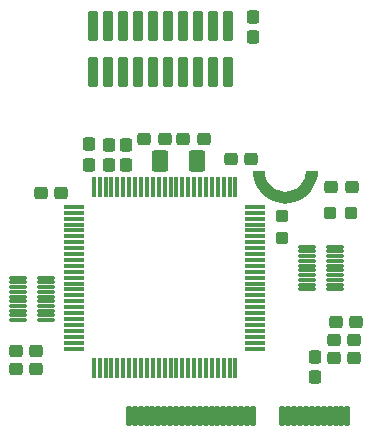
<source format=gbr>
%TF.GenerationSoftware,KiCad,Pcbnew,9.0.2*%
%TF.CreationDate,2025-07-04T12:48:37+02:00*%
%TF.ProjectId,MicroMod_Processor_Board,4d696372-6f4d-46f6-945f-50726f636573,rev?*%
%TF.SameCoordinates,Original*%
%TF.FileFunction,Soldermask,Top*%
%TF.FilePolarity,Negative*%
%FSLAX46Y46*%
G04 Gerber Fmt 4.6, Leading zero omitted, Abs format (unit mm)*
G04 Created by KiCad (PCBNEW 9.0.2) date 2025-07-04 12:48:37*
%MOMM*%
%LPD*%
G01*
G04 APERTURE LIST*
G04 Aperture macros list*
%AMRoundRect*
0 Rectangle with rounded corners*
0 $1 Rounding radius*
0 $2 $3 $4 $5 $6 $7 $8 $9 X,Y pos of 4 corners*
0 Add a 4 corners polygon primitive as box body*
4,1,4,$2,$3,$4,$5,$6,$7,$8,$9,$2,$3,0*
0 Add four circle primitives for the rounded corners*
1,1,$1+$1,$2,$3*
1,1,$1+$1,$4,$5*
1,1,$1+$1,$6,$7*
1,1,$1+$1,$8,$9*
0 Add four rect primitives between the rounded corners*
20,1,$1+$1,$2,$3,$4,$5,0*
20,1,$1+$1,$4,$5,$6,$7,0*
20,1,$1+$1,$6,$7,$8,$9,0*
20,1,$1+$1,$8,$9,$2,$3,0*%
G04 Aperture macros list end*
%ADD10C,0.000000*%
%ADD11RoundRect,0.262500X0.262500X-0.275000X0.262500X0.275000X-0.262500X0.275000X-0.262500X-0.275000X0*%
%ADD12RoundRect,0.262500X-0.262500X0.325000X-0.262500X-0.325000X0.262500X-0.325000X0.262500X0.325000X0*%
%ADD13RoundRect,0.262500X0.325000X0.262500X-0.325000X0.262500X-0.325000X-0.262500X0.325000X-0.262500X0*%
%ADD14RoundRect,0.262500X-0.312500X-0.262500X0.312500X-0.262500X0.312500X0.262500X-0.312500X0.262500X0*%
%ADD15RoundRect,0.262500X0.275000X0.262500X-0.275000X0.262500X-0.275000X-0.262500X0.275000X-0.262500X0*%
%ADD16RoundRect,0.262500X0.262500X-0.325000X0.262500X0.325000X-0.262500X0.325000X-0.262500X-0.325000X0*%
%ADD17RoundRect,0.262500X-0.325000X-0.262500X0.325000X-0.262500X0.325000X0.262500X-0.325000X0.262500X0*%
%ADD18RoundRect,0.269231X-0.430769X-0.655769X0.430769X-0.655769X0.430769X0.655769X-0.430769X0.655769X0*%
%ADD19RoundRect,0.100000X-0.100000X0.750000X-0.100000X-0.750000X0.100000X-0.750000X0.100000X0.750000X0*%
%ADD20RoundRect,0.100000X-0.750000X0.100000X-0.750000X-0.100000X0.750000X-0.100000X0.750000X0.100000X0*%
%ADD21RoundRect,0.101600X0.175000X0.725000X-0.175000X0.725000X-0.175000X-0.725000X0.175000X-0.725000X0*%
%ADD22C,0.657200*%
%ADD23RoundRect,0.050000X0.711200X-0.101600X0.711200X0.101600X-0.711200X0.101600X-0.711200X-0.101600X0*%
%ADD24RoundRect,0.050000X-0.370000X1.200000X-0.370000X-1.200000X0.370000X-1.200000X0.370000X1.200000X0*%
G04 APERTURE END LIST*
D10*
%TO.C,J1*%
G36*
X150774186Y-92678884D02*
G01*
X150853138Y-92973535D01*
X150982056Y-93250000D01*
X151157022Y-93499878D01*
X151372722Y-93715578D01*
X151622600Y-93890544D01*
X151899065Y-94019462D01*
X152193716Y-94098414D01*
X152497600Y-94125000D01*
X152801484Y-94098414D01*
X153096135Y-94019462D01*
X153372600Y-93890544D01*
X153622478Y-93715578D01*
X153838178Y-93499878D01*
X154013144Y-93250000D01*
X154142062Y-92973535D01*
X154247600Y-92375000D01*
X155247600Y-92375000D01*
X155224073Y-92733947D01*
X155153896Y-93086752D01*
X155038269Y-93427379D01*
X154879170Y-93750000D01*
X154679322Y-94049094D01*
X154442144Y-94319544D01*
X154171694Y-94556722D01*
X153872600Y-94756570D01*
X153549979Y-94915669D01*
X153209352Y-95031296D01*
X152497600Y-95125000D01*
X152138653Y-95101473D01*
X151785848Y-95031296D01*
X151445221Y-94915669D01*
X151122600Y-94756570D01*
X150823506Y-94556722D01*
X150553056Y-94319544D01*
X150315878Y-94049094D01*
X150116030Y-93750000D01*
X149956931Y-93427379D01*
X149841304Y-93086752D01*
X149771127Y-92733947D01*
X149747600Y-92375000D01*
X150747600Y-92375000D01*
X150774186Y-92678884D01*
G37*
%TD*%
D11*
%TO.C,R2*%
X152200000Y-98025000D03*
X152200000Y-96200000D03*
%TD*%
D12*
%TO.C,C4*%
X149780000Y-79340000D03*
X149780000Y-81065000D03*
%TD*%
D13*
%TO.C,C18*%
X131400000Y-107600000D03*
X129675000Y-107600000D03*
%TD*%
D14*
%TO.C,D1*%
X156400000Y-93725000D03*
X158150000Y-93725000D03*
%TD*%
D15*
%TO.C,R4*%
X158075000Y-95950000D03*
X156250000Y-95950000D03*
%TD*%
D16*
%TO.C,C8*%
X155016200Y-109827400D03*
X155016200Y-108102400D03*
%TD*%
D17*
%TO.C,C15*%
X131800000Y-94250000D03*
X133525000Y-94250000D03*
%TD*%
D13*
%TO.C,C12*%
X158470000Y-105120000D03*
X156745000Y-105120000D03*
%TD*%
D17*
%TO.C,C17*%
X129675000Y-109100000D03*
X131400000Y-109100000D03*
%TD*%
D18*
%TO.C,Y1*%
X141875000Y-91525000D03*
X144975000Y-91525000D03*
%TD*%
D17*
%TO.C,C5*%
X156575000Y-108220000D03*
X158300000Y-108220000D03*
%TD*%
D19*
%TO.C,U1*%
X148275000Y-93725000D03*
X147775000Y-93725000D03*
X147275000Y-93725000D03*
X146775000Y-93725000D03*
X146275000Y-93725000D03*
X145775000Y-93725000D03*
X145275000Y-93725000D03*
X144775000Y-93725000D03*
X144275000Y-93725000D03*
X143775000Y-93725000D03*
X143275000Y-93725000D03*
X142775000Y-93725000D03*
X142275000Y-93725000D03*
X141775000Y-93725000D03*
X141275000Y-93725000D03*
X140775000Y-93725000D03*
X140275000Y-93725000D03*
X139775000Y-93725000D03*
X139275000Y-93725000D03*
X138775000Y-93725000D03*
X138275000Y-93725000D03*
X137775000Y-93725000D03*
X137275000Y-93725000D03*
X136775000Y-93725000D03*
X136275000Y-93725000D03*
D20*
X134600000Y-95400000D03*
X134600000Y-95900000D03*
X134600000Y-96400000D03*
X134600000Y-96900000D03*
X134600000Y-97400000D03*
X134600000Y-97900000D03*
X134600000Y-98400000D03*
X134600000Y-98900000D03*
X134600000Y-99400000D03*
X134600000Y-99900000D03*
X134600000Y-100400000D03*
X134600000Y-100900000D03*
X134600000Y-101400000D03*
X134600000Y-101900000D03*
X134600000Y-102400000D03*
X134600000Y-102900000D03*
X134600000Y-103400000D03*
X134600000Y-103900000D03*
X134600000Y-104400000D03*
X134600000Y-104900000D03*
X134600000Y-105400000D03*
X134600000Y-105900000D03*
X134600000Y-106400000D03*
X134600000Y-106900000D03*
X134600000Y-107400000D03*
D19*
X136275000Y-109075000D03*
X136775000Y-109075000D03*
X137275000Y-109075000D03*
X137775000Y-109075000D03*
X138275000Y-109075000D03*
X138775000Y-109075000D03*
X139275000Y-109075000D03*
X139775000Y-109075000D03*
X140275000Y-109075000D03*
X140775000Y-109075000D03*
X141275000Y-109075000D03*
X141775000Y-109075000D03*
X142275000Y-109075000D03*
X142775000Y-109075000D03*
X143275000Y-109075000D03*
X143775000Y-109075000D03*
X144275000Y-109075000D03*
X144775000Y-109075000D03*
X145275000Y-109075000D03*
X145775000Y-109075000D03*
X146275000Y-109075000D03*
X146775000Y-109075000D03*
X147275000Y-109075000D03*
X147775000Y-109075000D03*
X148275000Y-109075000D03*
D20*
X149950000Y-107400000D03*
X149950000Y-106900000D03*
X149950000Y-106400000D03*
X149950000Y-105900000D03*
X149950000Y-105400000D03*
X149950000Y-104900000D03*
X149950000Y-104400000D03*
X149950000Y-103900000D03*
X149950000Y-103400000D03*
X149950000Y-102900000D03*
X149950000Y-102400000D03*
X149950000Y-101900000D03*
X149950000Y-101400000D03*
X149950000Y-100900000D03*
X149950000Y-100400000D03*
X149950000Y-99900000D03*
X149950000Y-99400000D03*
X149950000Y-98900000D03*
X149950000Y-98400000D03*
X149950000Y-97900000D03*
X149950000Y-97400000D03*
X149950000Y-96900000D03*
X149950000Y-96400000D03*
X149950000Y-95900000D03*
X149950000Y-95400000D03*
%TD*%
D17*
%TO.C,C2*%
X143850000Y-89650000D03*
X145575000Y-89650000D03*
%TD*%
D21*
%TO.C,J1*%
X157747600Y-113100000D03*
X157247600Y-113100000D03*
X156747600Y-113100000D03*
X156247600Y-113100000D03*
X155747600Y-113100000D03*
X155247600Y-113100000D03*
X154747600Y-113100000D03*
X154247600Y-113100000D03*
X153747600Y-113100000D03*
X153247600Y-113100000D03*
X152747600Y-113100000D03*
X152247600Y-113100000D03*
X149747600Y-113100000D03*
X149247600Y-113100000D03*
X148747600Y-113100000D03*
X148247600Y-113100000D03*
X147747600Y-113100000D03*
X147247600Y-113100000D03*
X146747600Y-113100000D03*
X146247600Y-113100000D03*
X145747600Y-113100000D03*
X145247600Y-113100000D03*
X144747600Y-113100000D03*
X144247600Y-113100000D03*
X143747600Y-113100000D03*
X143247600Y-113100000D03*
X142747600Y-113100000D03*
X142247600Y-113100000D03*
X141747600Y-113100000D03*
X141247600Y-113100000D03*
X140747600Y-113100000D03*
X140247600Y-113100000D03*
X139747600Y-113100000D03*
X139247600Y-113100000D03*
D22*
X150397600Y-93375000D03*
X152497600Y-94675000D03*
X154597600Y-93375000D03*
%TD*%
D13*
%TO.C,C3*%
X142275000Y-89650000D03*
X140550000Y-89650000D03*
%TD*%
D17*
%TO.C,C6*%
X156593200Y-106705400D03*
X158318200Y-106705400D03*
%TD*%
D23*
%TO.C,J4*%
X156699998Y-102379998D03*
X156699998Y-101979999D03*
X156699998Y-101580000D03*
X156699998Y-101179998D03*
X156699998Y-100779999D03*
X156699998Y-100379999D03*
X156699998Y-99980000D03*
X156699998Y-99579998D03*
X156699998Y-99179999D03*
X156699998Y-98780000D03*
X154350000Y-102379998D03*
X154350000Y-101979999D03*
X154350000Y-101580000D03*
X154350000Y-101179998D03*
X154350000Y-100779999D03*
X154350000Y-100379999D03*
X154350000Y-99980000D03*
X154350000Y-99579998D03*
X154350000Y-99179999D03*
X154350000Y-98780000D03*
%TD*%
D16*
%TO.C,C9*%
X139039600Y-91875000D03*
X139039600Y-90150000D03*
%TD*%
D12*
%TO.C,C7*%
X135864600Y-90121400D03*
X135864600Y-91846400D03*
%TD*%
%TO.C,C14*%
X137541000Y-90146800D03*
X137541000Y-91871800D03*
%TD*%
D23*
%TO.C,J3*%
X132200000Y-105000000D03*
X132200000Y-104600001D03*
X132200000Y-104200002D03*
X132200000Y-103800000D03*
X132200000Y-103400001D03*
X132200000Y-103000001D03*
X132200000Y-102600002D03*
X132200000Y-102200000D03*
X132200000Y-101800001D03*
X132200000Y-101400002D03*
X129850002Y-105000000D03*
X129850002Y-104600001D03*
X129850002Y-104200002D03*
X129850002Y-103800000D03*
X129850002Y-103400001D03*
X129850002Y-103000001D03*
X129850002Y-102600002D03*
X129850002Y-102200000D03*
X129850002Y-101800001D03*
X129850002Y-101400002D03*
%TD*%
D17*
%TO.C,C1*%
X147900000Y-91350000D03*
X149625000Y-91350000D03*
%TD*%
D24*
%TO.C,J5*%
X147600000Y-80070000D03*
X147600000Y-83970000D03*
X146330000Y-80070000D03*
X146330000Y-83970000D03*
X145060000Y-80070000D03*
X145060000Y-83970000D03*
X143790000Y-80070000D03*
X143790000Y-83970000D03*
X142520000Y-80070000D03*
X142520000Y-83970000D03*
X141250000Y-80070000D03*
X141250000Y-83970000D03*
X139980000Y-80070000D03*
X139980000Y-83970000D03*
X138710000Y-80070000D03*
X138710000Y-83970000D03*
X137440000Y-80070000D03*
X137440000Y-83970000D03*
X136170000Y-80070000D03*
X136170000Y-83970000D03*
%TD*%
M02*

</source>
